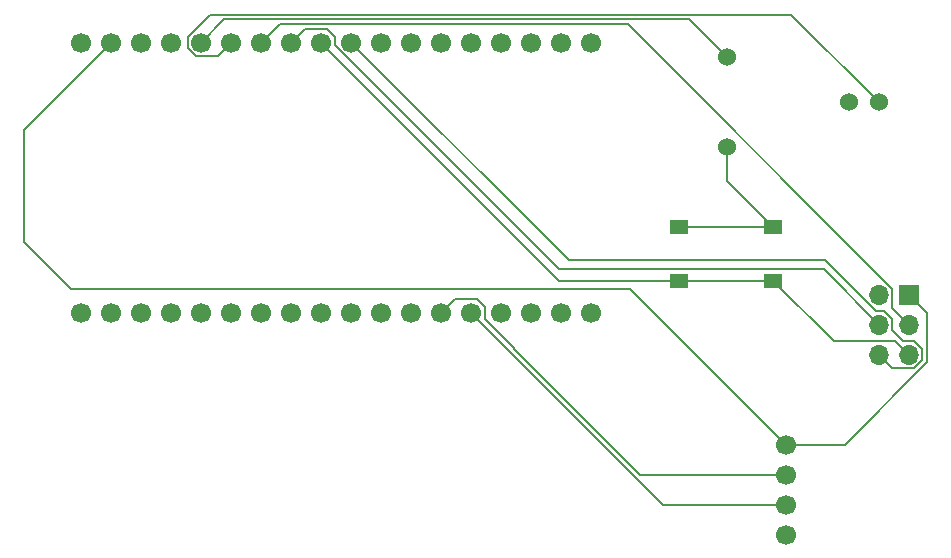
<source format=gbr>
%TF.GenerationSoftware,KiCad,Pcbnew,9.0.0*%
%TF.CreationDate,2025-05-06T12:38:54-07:00*%
%TF.ProjectId,DC33_Cnet_Badge_Main,44433333-5f43-46e6-9574-5f4261646765,rev?*%
%TF.SameCoordinates,Original*%
%TF.FileFunction,Copper,L1,Top*%
%TF.FilePolarity,Positive*%
%FSLAX46Y46*%
G04 Gerber Fmt 4.6, Leading zero omitted, Abs format (unit mm)*
G04 Created by KiCad (PCBNEW 9.0.0) date 2025-05-06 12:38:54*
%MOMM*%
%LPD*%
G01*
G04 APERTURE LIST*
%TA.AperFunction,SMDPad,CuDef*%
%ADD10R,1.550000X1.300000*%
%TD*%
%TA.AperFunction,ComponentPad*%
%ADD11C,1.524000*%
%TD*%
%TA.AperFunction,ComponentPad*%
%ADD12R,1.700000X1.700000*%
%TD*%
%TA.AperFunction,ComponentPad*%
%ADD13O,1.700000X1.700000*%
%TD*%
%TA.AperFunction,ComponentPad*%
%ADD14C,1.700000*%
%TD*%
%TA.AperFunction,Conductor*%
%ADD15C,0.200000*%
%TD*%
G04 APERTURE END LIST*
D10*
%TO.P,SW1,2,2*%
%TO.N,GND*%
X174490000Y-72300000D03*
X182450000Y-72300000D03*
%TO.P,SW1,1,1*%
%TO.N,Net-(J1-GPIO1)*%
X174490000Y-76800000D03*
X182450000Y-76800000D03*
%TD*%
D11*
%TO.P,VIBRA1,1,POS*%
%TO.N,Net-(U1-GPIO45)*%
X191380000Y-61700000D03*
%TO.P,VIBRA1,2,NEG*%
%TO.N,GND*%
X188840000Y-61700000D03*
%TD*%
D12*
%TO.P,J1,1,+3.3V*%
%TO.N,3V3*%
X193927500Y-77985000D03*
D13*
%TO.P,J1,2,GND*%
%TO.N,GND*%
X191387500Y-77985000D03*
%TO.P,J1,3,SDA*%
%TO.N,Net-(J1-SDA)*%
X193927500Y-80525000D03*
%TO.P,J1,4,SCL*%
%TO.N,Net-(J1-SCL)*%
X191387500Y-80525000D03*
%TO.P,J1,5,GPIO1*%
%TO.N,Net-(J1-GPIO1)*%
X193927500Y-83065000D03*
%TO.P,J1,6,GPIO2*%
%TO.N,Net-(J1-GPIO2)*%
X191387500Y-83065000D03*
%TD*%
D14*
%TO.P,GPS1,1,VCC*%
%TO.N,3V3*%
X183510000Y-90690000D03*
%TO.P,GPS1,2,RX*%
%TO.N,Net-(GPS1-RX)*%
X183510000Y-93230000D03*
%TO.P,GPS1,3,TX*%
%TO.N,Net-(GPS1-TX)*%
X183510000Y-95770000D03*
%TO.P,GPS1,4,GND*%
%TO.N,GND*%
X183510000Y-98310000D03*
%TD*%
%TO.P,U1,36,GND*%
%TO.N,unconnected-(U1-GND-Pad36)*%
X123860000Y-56640000D03*
%TO.P,U1,35,3V3*%
%TO.N,3V3*%
X126400000Y-56640000D03*
%TO.P,U1,34,3V3*%
%TO.N,unconnected-(U1-3V3-Pad34)*%
X128940000Y-56640000D03*
%TO.P,U1,33,GPIO37*%
%TO.N,unconnected-(U1-GPIO37-Pad33)*%
X131480000Y-56640000D03*
%TO.P,U1,32,GPIO46*%
%TO.N,Net-(BUZZ1-POS)*%
X134020000Y-56640000D03*
%TO.P,U1,31,GPIO45*%
%TO.N,Net-(U1-GPIO45)*%
X136560000Y-56640000D03*
%TO.P,U1,30,GPIO42*%
%TO.N,Net-(J1-SDA)*%
X139100000Y-56640000D03*
%TO.P,U1,29,GPIO41*%
%TO.N,Net-(J1-SCL)*%
X141640000Y-56640000D03*
%TO.P,U1,28,GPIO40*%
%TO.N,Net-(J1-GPIO1)*%
X144180000Y-56640000D03*
%TO.P,U1,27,GPIO39*%
%TO.N,Net-(J1-GPIO2)*%
X146720000Y-56640000D03*
%TO.P,U1,26,GPIO38*%
%TO.N,unconnected-(U1-GPIO38-Pad26)*%
X149260000Y-56640000D03*
%TO.P,U1,25,GPIO1*%
%TO.N,unconnected-(U1-GPIO1-Pad25)*%
X151800000Y-56640000D03*
%TO.P,U1,24,GPIO2*%
%TO.N,unconnected-(U1-GPIO2-Pad24)*%
X154340000Y-56640000D03*
%TO.P,U1,23,GPIO3*%
%TO.N,unconnected-(U1-GPIO3-Pad23)*%
X156880000Y-56640000D03*
%TO.P,U1,22,GPIO4*%
%TO.N,unconnected-(U1-GPIO4-Pad22)*%
X159420000Y-56640000D03*
%TO.P,U1,21,GPIO5*%
%TO.N,unconnected-(U1-GPIO5-Pad21)*%
X161960000Y-56640000D03*
%TO.P,U1,20,GPIO6*%
%TO.N,unconnected-(U1-GPIO6-Pad20)*%
X164500000Y-56640000D03*
%TO.P,U1,19,GPIO7*%
%TO.N,unconnected-(U1-GPIO7-Pad19)*%
X167040000Y-56640000D03*
%TO.P,U1,18,GPIO19*%
%TO.N,unconnected-(U1-GPIO19-Pad18)*%
X167040000Y-79500000D03*
%TO.P,U1,17,GPIO20*%
%TO.N,unconnected-(U1-GPIO20-Pad17)*%
X164500000Y-79500000D03*
%TO.P,U1,16,GPIO21*%
%TO.N,unconnected-(U1-GPIO21-Pad16)*%
X161960000Y-79500000D03*
%TO.P,U1,15,GPIO26*%
%TO.N,unconnected-(U1-GPIO26-Pad15)*%
X159420000Y-79500000D03*
%TO.P,U1,14,GPIO48*%
%TO.N,Net-(GPS1-TX)*%
X156880000Y-79500000D03*
%TO.P,U1,13,GPIO47*%
%TO.N,Net-(GPS1-RX)*%
X154340000Y-79500000D03*
%TO.P,U1,12,GPIO33*%
%TO.N,unconnected-(U1-GPIO33-Pad12)*%
X151800000Y-79500000D03*
%TO.P,U1,11,GPIO34*%
%TO.N,unconnected-(U1-GPIO34-Pad11)*%
X149260000Y-79500000D03*
%TO.P,U1,10,GPIO35*%
%TO.N,unconnected-(U1-GPIO35-Pad10)*%
X146720000Y-79500000D03*
%TO.P,U1,9,GPIO36*%
%TO.N,unconnected-(U1-GPIO36-Pad9)*%
X144180000Y-79500000D03*
%TO.P,U1,8,GPIO0*%
%TO.N,unconnected-(U1-GPIO0-Pad8)*%
X141640000Y-79500000D03*
%TO.P,U1,7,RST*%
%TO.N,unconnected-(U1-RST-Pad7)*%
X139100000Y-79500000D03*
%TO.P,U1,6,TX*%
%TO.N,unconnected-(U1-TX-Pad6)*%
X136560000Y-79500000D03*
%TO.P,U1,5,RX*%
%TO.N,unconnected-(U1-RX-Pad5)*%
X134020000Y-79500000D03*
%TO.P,U1,4,Ve*%
%TO.N,unconnected-(U1-Ve-Pad4)*%
X131480000Y-79500000D03*
%TO.P,U1,3,Ve*%
%TO.N,unconnected-(U1-Ve-Pad3)*%
X128940000Y-79500000D03*
%TO.P,U1,2,5V*%
%TO.N,unconnected-(U1-5V-Pad2)*%
X126400000Y-79500000D03*
%TO.P,U1,1,GND*%
%TO.N,GND*%
X123860000Y-79500000D03*
%TD*%
D11*
%TO.P,BUZZ1,1,POS*%
%TO.N,Net-(BUZZ1-POS)*%
X178500000Y-57880000D03*
%TO.P,BUZZ1,2,NEG*%
%TO.N,GND*%
X178500000Y-65500000D03*
%TD*%
D15*
%TO.N,Net-(U1-GPIO45)*%
X132869000Y-56163240D02*
X132869000Y-57116760D01*
X134746240Y-54286000D02*
X132869000Y-56163240D01*
X183966000Y-54286000D02*
X134746240Y-54286000D01*
X132869000Y-57116760D02*
X133543240Y-57791000D01*
X191380000Y-61700000D02*
X183966000Y-54286000D01*
X133543240Y-57791000D02*
X135409000Y-57791000D01*
X135409000Y-57791000D02*
X136560000Y-56640000D01*
%TO.N,Net-(BUZZ1-POS)*%
X135973000Y-54687000D02*
X134020000Y-56640000D01*
X175307000Y-54687000D02*
X135973000Y-54687000D01*
X178500000Y-57880000D02*
X175307000Y-54687000D01*
%TO.N,GND*%
X178500000Y-68350000D02*
X182450000Y-72300000D01*
X178500000Y-65500000D02*
X178500000Y-68350000D01*
X174490000Y-72300000D02*
X182450000Y-72300000D01*
%TO.N,3V3*%
X195479500Y-83707860D02*
X188497360Y-90690000D01*
X195479500Y-79537000D02*
X195479500Y-83707860D01*
X188497360Y-90690000D02*
X183510000Y-90690000D01*
X193927500Y-77985000D02*
X195479500Y-79537000D01*
%TO.N,Net-(J1-SDA)*%
X192538500Y-77508240D02*
X170118260Y-55088000D01*
X192538500Y-79136000D02*
X192538500Y-77508240D01*
X170118260Y-55088000D02*
X140652000Y-55088000D01*
X140652000Y-55088000D02*
X139100000Y-56640000D01*
X193927500Y-80525000D02*
X192538500Y-79136000D01*
%TO.N,Net-(J1-GPIO2)*%
X186854740Y-75080000D02*
X165160000Y-75080000D01*
X191148740Y-79374000D02*
X186854740Y-75080000D01*
X191864260Y-79374000D02*
X191148740Y-79374000D01*
X192538500Y-80048240D02*
X191864260Y-79374000D01*
X165160000Y-75080000D02*
X146720000Y-56640000D01*
X194404260Y-81914000D02*
X193450740Y-81914000D01*
X195078500Y-83541760D02*
X195078500Y-82588240D01*
X192538500Y-81001760D02*
X192538500Y-80048240D01*
X195078500Y-82588240D02*
X194404260Y-81914000D01*
X194404260Y-84216000D02*
X195078500Y-83541760D01*
X192538500Y-84216000D02*
X194404260Y-84216000D01*
X191387500Y-83065000D02*
X192538500Y-84216000D01*
X193450740Y-81914000D02*
X192538500Y-81001760D01*
%TO.N,Net-(J1-SCL)*%
X142791000Y-55489000D02*
X141640000Y-56640000D01*
X145331000Y-56878760D02*
X145331000Y-56163240D01*
X164301240Y-75849000D02*
X145331000Y-56878760D01*
X186711500Y-75849000D02*
X164301240Y-75849000D01*
X145331000Y-56163240D02*
X144656760Y-55489000D01*
X144656760Y-55489000D02*
X142791000Y-55489000D01*
X191387500Y-80525000D02*
X186711500Y-75849000D01*
%TO.N,Net-(J1-GPIO1)*%
X182450000Y-76800000D02*
X174490000Y-76800000D01*
X192776500Y-81914000D02*
X187564000Y-81914000D01*
X187564000Y-81914000D02*
X182450000Y-76800000D01*
X193927500Y-83065000D02*
X192776500Y-81914000D01*
X174490000Y-76800000D02*
X164340000Y-76800000D01*
X164340000Y-76800000D02*
X144180000Y-56640000D01*
%TO.N,Net-(J1-SCL)*%
X191387500Y-79957900D02*
X191387500Y-80525000D01*
%TO.N,3V3*%
X170320000Y-77500000D02*
X123000000Y-77500000D01*
X123000000Y-77500000D02*
X119000000Y-73500000D01*
X119000000Y-73500000D02*
X119000000Y-64040000D01*
X183510000Y-90690000D02*
X170320000Y-77500000D01*
%TO.N,Net-(GPS1-RX)*%
X171177100Y-93230000D02*
X160500000Y-82552900D01*
X158031000Y-80031000D02*
X158031000Y-79023240D01*
X160500000Y-82552900D02*
X160500000Y-82500000D01*
X160500000Y-82500000D02*
X158031000Y-80031000D01*
X157356760Y-78349000D02*
X155491000Y-78349000D01*
X155491000Y-78349000D02*
X154340000Y-79500000D01*
X158031000Y-79023240D02*
X157356760Y-78349000D01*
X183510000Y-93230000D02*
X171177100Y-93230000D01*
%TO.N,Net-(GPS1-TX)*%
X183510000Y-95770000D02*
X173150000Y-95770000D01*
X173150000Y-95770000D02*
X156880000Y-79500000D01*
%TO.N,3V3*%
X119000000Y-64040000D02*
X126400000Y-56640000D01*
%TD*%
M02*

</source>
